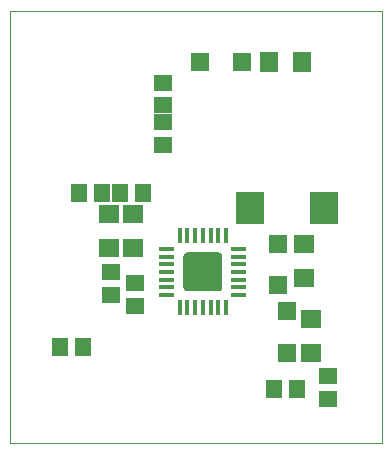
<source format=gtp>
%FSLAX44Y44*%
%MOMM*%
G71*
G01*
G75*
G04 Layer_Color=8421504*
%ADD10C,0.2540*%
G04:AMPARAMS|DCode=11|XSize=1.27mm|YSize=0.3556mm|CornerRadius=0.0356mm|HoleSize=0mm|Usage=FLASHONLY|Rotation=270.000|XOffset=0mm|YOffset=0mm|HoleType=Round|Shape=RoundedRectangle|*
%AMROUNDEDRECTD11*
21,1,1.2700,0.2845,0,0,270.0*
21,1,1.1989,0.3556,0,0,270.0*
1,1,0.0711,-0.1422,-0.5994*
1,1,0.0711,-0.1422,0.5994*
1,1,0.0711,0.1422,0.5994*
1,1,0.0711,0.1422,-0.5994*
%
%ADD11ROUNDEDRECTD11*%
G04:AMPARAMS|DCode=12|XSize=0.3556mm|YSize=1.27mm|CornerRadius=0.0356mm|HoleSize=0mm|Usage=FLASHONLY|Rotation=270.000|XOffset=0mm|YOffset=0mm|HoleType=Round|Shape=RoundedRectangle|*
%AMROUNDEDRECTD12*
21,1,0.3556,1.1989,0,0,270.0*
21,1,0.2845,1.2700,0,0,270.0*
1,1,0.0711,-0.5994,-0.1422*
1,1,0.0711,-0.5994,0.1422*
1,1,0.0711,0.5994,0.1422*
1,1,0.0711,0.5994,-0.1422*
%
%ADD12ROUNDEDRECTD12*%
G04:AMPARAMS|DCode=13|XSize=3.302mm|YSize=3.302mm|CornerRadius=0.3302mm|HoleSize=0mm|Usage=FLASHONLY|Rotation=270.000|XOffset=0mm|YOffset=0mm|HoleType=Round|Shape=RoundedRectangle|*
%AMROUNDEDRECTD13*
21,1,3.3020,2.6416,0,0,270.0*
21,1,2.6416,3.3020,0,0,270.0*
1,1,0.6604,-1.3208,-1.3208*
1,1,0.6604,-1.3208,1.3208*
1,1,0.6604,1.3208,1.3208*
1,1,0.6604,1.3208,-1.3208*
%
%ADD13ROUNDEDRECTD13*%
%ADD14R,1.5240X1.3208*%
%ADD15R,2.4130X2.8194*%
%ADD16R,1.8034X1.6002*%
%ADD17R,1.5240X1.5240*%
%ADD18R,1.3208X1.5240*%
%ADD19R,1.5240X1.5240*%
%ADD20R,1.6002X1.8034*%
%ADD21C,0.6096*%
%ADD22C,0.4064*%
%ADD23C,0.3048*%
%ADD24C,0.0864*%
%ADD25C,0.0500*%
%ADD26C,1.2192*%
%ADD27O,3.0480X1.5240*%
%ADD28O,1.5240X3.0480*%
%ADD29C,0.7580*%
%ADD30C,0.8596*%
%ADD31R,0.5080X1.5240*%
%ADD32R,1.5240X0.5080*%
%ADD33C,0.1524*%
%ADD34C,0.1270*%
%ADD35C,0.2032*%
%ADD36R,0.3250X0.4318*%
%ADD37R,0.3302X0.4318*%
%ADD38R,0.3528X0.3556*%
%ADD39R,0.4318X0.3250*%
%ADD40R,0.4318X0.3302*%
%ADD41R,0.3556X0.3528*%
D11*
X183134Y174780D02*
D03*
X176784D02*
D03*
X170180D02*
D03*
X163576D02*
D03*
X157076D02*
D03*
X150576D02*
D03*
X144076D02*
D03*
Y114554D02*
D03*
X150576D02*
D03*
X157076D02*
D03*
X163576D02*
D03*
X170180D02*
D03*
X176784D02*
D03*
X183134D02*
D03*
D12*
X133576Y164280D02*
D03*
Y157780D02*
D03*
Y151280D02*
D03*
Y144780D02*
D03*
Y138176D02*
D03*
Y131572D02*
D03*
Y125222D02*
D03*
X193802D02*
D03*
Y131572D02*
D03*
Y138176D02*
D03*
Y144780D02*
D03*
Y151280D02*
D03*
Y157780D02*
D03*
Y164280D02*
D03*
D13*
X163576Y144780D02*
D03*
D14*
X130048Y304902D02*
D03*
Y285750D02*
D03*
Y252628D02*
D03*
Y271780D02*
D03*
X106426Y135230D02*
D03*
Y116078D02*
D03*
X85598Y144628D02*
D03*
Y125476D02*
D03*
X269240Y37236D02*
D03*
Y56388D02*
D03*
D15*
X203196Y198882D02*
D03*
X266446D02*
D03*
D16*
X104648Y165354D02*
D03*
Y193798D02*
D03*
X249174Y168402D02*
D03*
Y139958D02*
D03*
X255524Y76454D02*
D03*
Y104898D02*
D03*
X84074Y193802D02*
D03*
Y165358D02*
D03*
D17*
X227076Y168656D02*
D03*
Y133630D02*
D03*
X234696Y76454D02*
D03*
Y111480D02*
D03*
D18*
X58826Y211328D02*
D03*
X77978D02*
D03*
X93624D02*
D03*
X112776D02*
D03*
X61824Y81280D02*
D03*
X42672D02*
D03*
X242926Y45212D02*
D03*
X223774D02*
D03*
D19*
X196596Y322072D02*
D03*
X161570D02*
D03*
D20*
X247650D02*
D03*
X219206D02*
D03*
D25*
X0Y365506D02*
X314960D01*
X0Y0D02*
X314960D01*
X0D02*
X314960D01*
Y365506D01*
X0D02*
X314960D01*
X0Y0D02*
Y365506D01*
M02*

</source>
